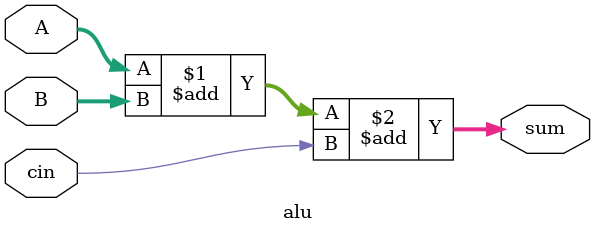
<source format=v>
module boothMultiplier(
    input [3:0] multiplicand,
    input [3:0] multiplier,
    output reg [7:0] product,
    input clock,
    input reset
    );

    reg [3:0] A, Q, M;
    reg Q_1;
    reg [3:0] count;

    wire [3:0] sum, difference;

    always @(posedge clock)
    begin
        if (reset) begin
            A <= 4'b0;      
            M <= multiplicand;
            Q <= multiplier;
            Q_1 <= 1'b0;      
            count <= 3'b0;
        end
        else begin
            case ({Q[0], Q_1})
                2'b01 : {A, Q, Q_1} <= {sum[3], sum, Q};
                2'b10 : {A, Q, Q_1} <= {difference[3], difference, Q};
                default: {A, Q, Q_1} <= {A[3], A, Q};
            endcase
            count <= count + 1;
            if (count == 4) begin
                product <= {A, Q};
            end
        end
    end

    alu adder (.A(A), .B(M), .cin(1'b0), .sum(sum));
    alu subtracter (.A(A), .B(~M), .cin(1'b1), .sum(difference));

endmodule

module alu(
    input [3:0] A,
    input [3:0] B,
    input cin,
    output [3:0] sum
    );

    assign sum = A + B + cin;

endmodule
</source>
